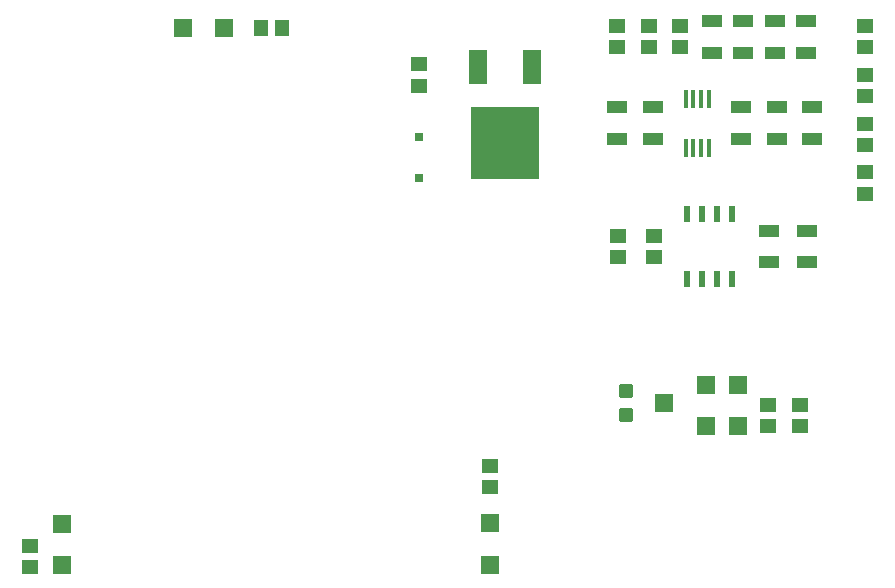
<source format=gtp>
G04 Layer_Color=8421504*
%FSLAX44Y44*%
%MOMM*%
G71*
G01*
G75*
%ADD10R,1.7000X1.1000*%
%ADD11R,1.4000X1.2000*%
%ADD12R,1.2000X1.4000*%
%ADD13O,0.4000X1.6000*%
%ADD14R,0.7000X0.8000*%
%ADD15R,1.5000X1.5000*%
%ADD16R,1.5000X1.5000*%
G04:AMPARAMS|DCode=17|XSize=1.6mm|YSize=1.5mm|CornerRadius=0.075mm|HoleSize=0mm|Usage=FLASHONLY|Rotation=270.000|XOffset=0mm|YOffset=0mm|HoleType=Round|Shape=RoundedRectangle|*
%AMROUNDEDRECTD17*
21,1,1.6000,1.3500,0,0,270.0*
21,1,1.4500,1.5000,0,0,270.0*
1,1,0.1500,-0.6750,-0.7250*
1,1,0.1500,-0.6750,0.7250*
1,1,0.1500,0.6750,0.7250*
1,1,0.1500,0.6750,-0.7250*
%
%ADD17ROUNDEDRECTD17*%
G04:AMPARAMS|DCode=18|XSize=1.2mm|YSize=1.2mm|CornerRadius=0.06mm|HoleSize=0mm|Usage=FLASHONLY|Rotation=270.000|XOffset=0mm|YOffset=0mm|HoleType=Round|Shape=RoundedRectangle|*
%AMROUNDEDRECTD18*
21,1,1.2000,1.0800,0,0,270.0*
21,1,1.0800,1.2000,0,0,270.0*
1,1,0.1200,-0.5400,-0.5400*
1,1,0.1200,-0.5400,0.5400*
1,1,0.1200,0.5400,0.5400*
1,1,0.1200,0.5400,-0.5400*
%
%ADD18ROUNDEDRECTD18*%
%ADD19R,1.6000X3.0000*%
%ADD20R,5.8000X6.2000*%
%ADD21R,0.6000X1.4500*%
D10*
X708333Y568500D02*
D03*
Y541500D02*
D03*
X735950Y363750D02*
D03*
Y390750D02*
D03*
X703450D02*
D03*
Y363750D02*
D03*
X575000Y468000D02*
D03*
Y495000D02*
D03*
X605000Y468000D02*
D03*
Y495000D02*
D03*
X680000D02*
D03*
Y468000D02*
D03*
X710000D02*
D03*
Y495000D02*
D03*
X735000Y541500D02*
D03*
Y568500D02*
D03*
X681667Y541500D02*
D03*
Y568500D02*
D03*
X655000Y541500D02*
D03*
Y568500D02*
D03*
X740000Y468000D02*
D03*
Y495000D02*
D03*
D11*
X785000Y422000D02*
D03*
Y440000D02*
D03*
Y463333D02*
D03*
Y481333D02*
D03*
X601667Y546000D02*
D03*
Y564000D02*
D03*
X575000D02*
D03*
Y546000D02*
D03*
X628333Y564000D02*
D03*
Y546000D02*
D03*
X785000Y504667D02*
D03*
Y522667D02*
D03*
Y546000D02*
D03*
Y564000D02*
D03*
X467500Y191500D02*
D03*
Y173500D02*
D03*
X575950Y386250D02*
D03*
Y368250D02*
D03*
X605950Y386250D02*
D03*
Y368250D02*
D03*
X77500Y106000D02*
D03*
Y124000D02*
D03*
X407500Y513500D02*
D03*
Y531500D02*
D03*
X730000Y225484D02*
D03*
Y243484D02*
D03*
X703083D02*
D03*
Y225484D02*
D03*
D12*
X291500Y562500D02*
D03*
X273500D02*
D03*
D13*
X652500Y502500D02*
D03*
X646000D02*
D03*
X639500D02*
D03*
X633000D02*
D03*
X652500Y460500D02*
D03*
X646000D02*
D03*
X639500D02*
D03*
X633000D02*
D03*
D14*
X407500Y435000D02*
D03*
Y470000D02*
D03*
D15*
X242500Y562500D02*
D03*
X207500D02*
D03*
D16*
X105000Y142500D02*
D03*
Y107500D02*
D03*
X467500Y142908D02*
D03*
Y107908D02*
D03*
X676917Y225000D02*
D03*
Y260000D02*
D03*
X650000Y225000D02*
D03*
Y260000D02*
D03*
D17*
X615000Y245000D02*
D03*
D18*
X582500Y255000D02*
D03*
Y235000D02*
D03*
D19*
X502900Y529500D02*
D03*
X457100D02*
D03*
D20*
X480000Y465000D02*
D03*
D21*
X634400Y350000D02*
D03*
X647100D02*
D03*
X659800D02*
D03*
X672500D02*
D03*
X634400Y404500D02*
D03*
X647100D02*
D03*
X659800D02*
D03*
X672500D02*
D03*
M02*

</source>
